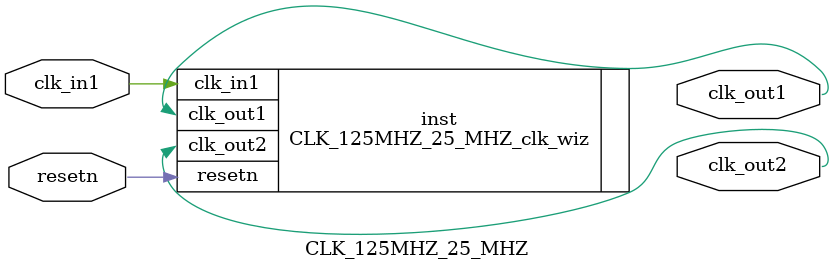
<source format=v>


`timescale 1ps/1ps

(* CORE_GENERATION_INFO = "CLK_125MHZ_25_MHZ,clk_wiz_v6_0_12_0_0,{component_name=CLK_125MHZ_25_MHZ,use_phase_alignment=true,use_min_o_jitter=false,use_max_i_jitter=false,use_dyn_phase_shift=false,use_inclk_switchover=false,use_dyn_reconfig=false,enable_axi=0,feedback_source=FDBK_AUTO,PRIMITIVE=MMCM,num_out_clk=2,clkin1_period=10.000,clkin2_period=10.000,use_power_down=false,use_reset=true,use_locked=false,use_inclk_stopped=false,feedback_type=SINGLE,CLOCK_MGR_TYPE=NA,manual_override=false}" *)

module CLK_125MHZ_25_MHZ 
 (
  // Clock out ports
  output        clk_out1,
  output        clk_out2,
  // Status and control signals
  input         resetn,
 // Clock in ports
  input         clk_in1
 );

  CLK_125MHZ_25_MHZ_clk_wiz inst
  (
  // Clock out ports  
  .clk_out1(clk_out1),
  .clk_out2(clk_out2),
  // Status and control signals               
  .resetn(resetn), 
 // Clock in ports
  .clk_in1(clk_in1)
  );

endmodule

</source>
